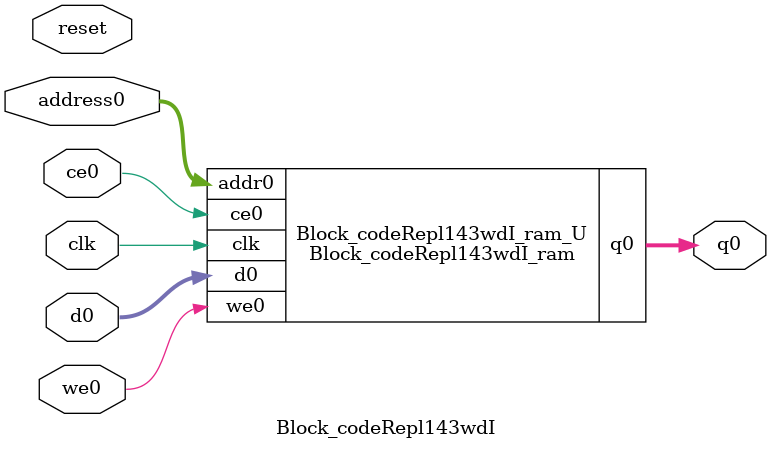
<source format=v>
`timescale 1 ns / 1 ps
module Block_codeRepl143wdI_ram (addr0, ce0, d0, we0, q0,  clk);

parameter DWIDTH = 4;
parameter AWIDTH = 4;
parameter MEM_SIZE = 16;

input[AWIDTH-1:0] addr0;
input ce0;
input[DWIDTH-1:0] d0;
input we0;
output reg[DWIDTH-1:0] q0;
input clk;

(* ram_style = "distributed" *)reg [DWIDTH-1:0] ram[0:MEM_SIZE-1];




always @(posedge clk)  
begin 
    if (ce0) begin
        if (we0) 
            ram[addr0] <= d0; 
        q0 <= ram[addr0];
    end
end


endmodule

`timescale 1 ns / 1 ps
module Block_codeRepl143wdI(
    reset,
    clk,
    address0,
    ce0,
    we0,
    d0,
    q0);

parameter DataWidth = 32'd4;
parameter AddressRange = 32'd16;
parameter AddressWidth = 32'd4;
input reset;
input clk;
input[AddressWidth - 1:0] address0;
input ce0;
input we0;
input[DataWidth - 1:0] d0;
output[DataWidth - 1:0] q0;



Block_codeRepl143wdI_ram Block_codeRepl143wdI_ram_U(
    .clk( clk ),
    .addr0( address0 ),
    .ce0( ce0 ),
    .we0( we0 ),
    .d0( d0 ),
    .q0( q0 ));

endmodule


</source>
